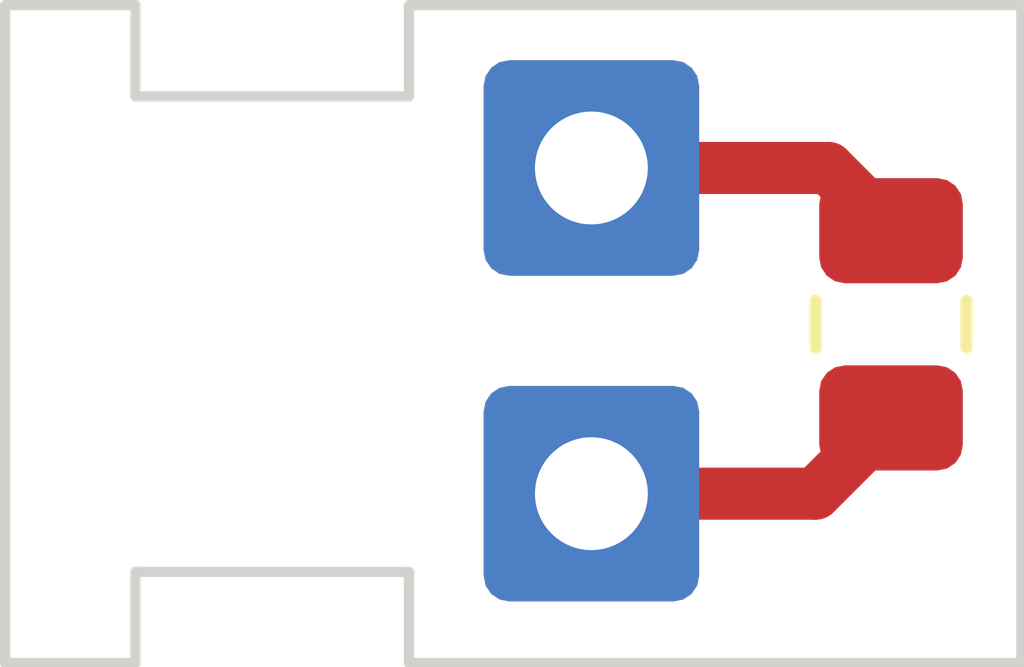
<source format=kicad_pcb>
(kicad_pcb (version 20221018) (generator pcbnew)
  (layers (0 "F.Cu" signal) (31 "B.Cu" signal) (34 "B.Paste" user) (35 "F.Paste" user) (36 "B.SilkS" user "B.Silkscreen") (37 "F.SilkS" user "F.Silkscreen") (38 "B.Mask" user) (39 "F.Mask" user) (44 "Edge.Cuts" user))
  (net 0 "")
  (net 1 "Net-(J1-Pin_1)")
  (net 2 "Net-(J2-Pin_1)")
  (footprint "Connector_Wire:SolderWire-0.5sqmm_1x01_D0.9mm_OD2.1mm" (layer "F.Cu") (at 148.844 93.218)
    (fp_text reference "J2" hide)
    (fp_text value "Conn_01x01" hide)
    (pad "1" thru_hole roundrect (at 0 0) (size 2.1 2.1) (drill 1.1) (layers "*.Cu" "*.Mask") (roundrect_rratio 0.119048) (net 2 "Net-(J2-Pin_1)"))
  )
  (footprint "Connector_Wire:SolderWire-0.5sqmm_1x01_D0.9mm_OD2.1mm" (layer "F.Cu") (at 148.844 90.043)
    (fp_text reference "J1" hide)
    (fp_text value "Conn_01x01" hide)
    (pad "1" thru_hole roundrect (at 0 0) (size 2.1 2.1) (drill 1.1) (layers "*.Cu" "*.Mask") (roundrect_rratio 0.119048) (net 1 "Net-(J1-Pin_1)"))
  )
  (footprint "Resistor_SMD:R_0805_2012Metric" (layer "F.Cu") (at 151.765 91.567 -90)
    (fp_text reference "R1" hide)
    (fp_text value "R_US" hide)
    (fp_line (start -0.227064 -0.735) (end 0.227064 -0.735) (stroke (width 0.12)) (layer "F.SilkS"))
    (fp_line (start -0.227064 0.735) (end 0.227064 0.735) (stroke (width 0.12)) (layer "F.SilkS"))
    (pad "1" smd roundrect (at -0.9125 0 270) (size 1.025 1.4) (layers "F.Cu" "F.Paste" "F.Mask") (roundrect_rratio 0.243902) (net 1 "Net-(J1-Pin_1)"))
    (pad "2" smd roundrect (at 0.9125 0 270) (size 1.025 1.4) (layers "F.Cu" "F.Paste" "F.Mask") (roundrect_rratio 0.243902) (net 2 "Net-(J2-Pin_1)"))
  )
  (gr_line (start 147.066 88.4555) (end 153.035 88.4555) (stroke (width 0.1)) (layer "Edge.Cuts"))
  (gr_line (start 147.066 89.3445) (end 144.399 89.3445) (stroke (width 0.1)) (layer "Edge.Cuts"))
  (gr_line (start 143.129 88.4555) (end 143.129 94.869) (stroke (width 0.1)) (layer "Edge.Cuts"))
  (gr_line (start 153.035 88.4555) (end 153.035 94.869) (stroke (width 0.1)) (layer "Edge.Cuts"))
  (gr_line (start 144.399 89.3445) (end 144.399 88.4555) (stroke (width 0.1)) (layer "Edge.Cuts"))
  (gr_line (start 143.129 94.869) (end 144.399 94.869) (stroke (width 0.1)) (layer "Edge.Cuts"))
  (gr_line (start 147.066 88.4555) (end 147.066 89.3445) (stroke (width 0.1)) (layer "Edge.Cuts"))
  (gr_line (start 144.399 93.98) (end 147.066 93.98) (stroke (width 0.1)) (layer "Edge.Cuts"))
  (gr_line (start 144.399 88.4555) (end 143.129 88.4555) (stroke (width 0.1)) (layer "Edge.Cuts"))
  (gr_line (start 144.399 94.869) (end 144.399 93.98) (stroke (width 0.1)) (layer "Edge.Cuts"))
  (gr_line (start 147.066 93.98) (end 147.066 94.869) (stroke (width 0.1)) (layer "Edge.Cuts"))
  (gr_line (start 147.066 94.869) (end 153.035 94.869) (stroke (width 0.1)) (layer "Edge.Cuts"))
  (segment (start 151.1535 90.043) (end 151.765 90.6545) (width 0.508) (layer "F.Cu") (net 1))
  (segment (start 148.844 90.043) (end 151.1535 90.043) (width 0.508) (layer "F.Cu") (net 1))
  (segment (start 151.0265 93.218) (end 151.765 92.4795) (width 0.508) (layer "F.Cu") (net 2))
  (segment (start 148.844 93.218) (end 151.0265 93.218) (width 0.508) (layer "F.Cu") (net 2))
)
</source>
